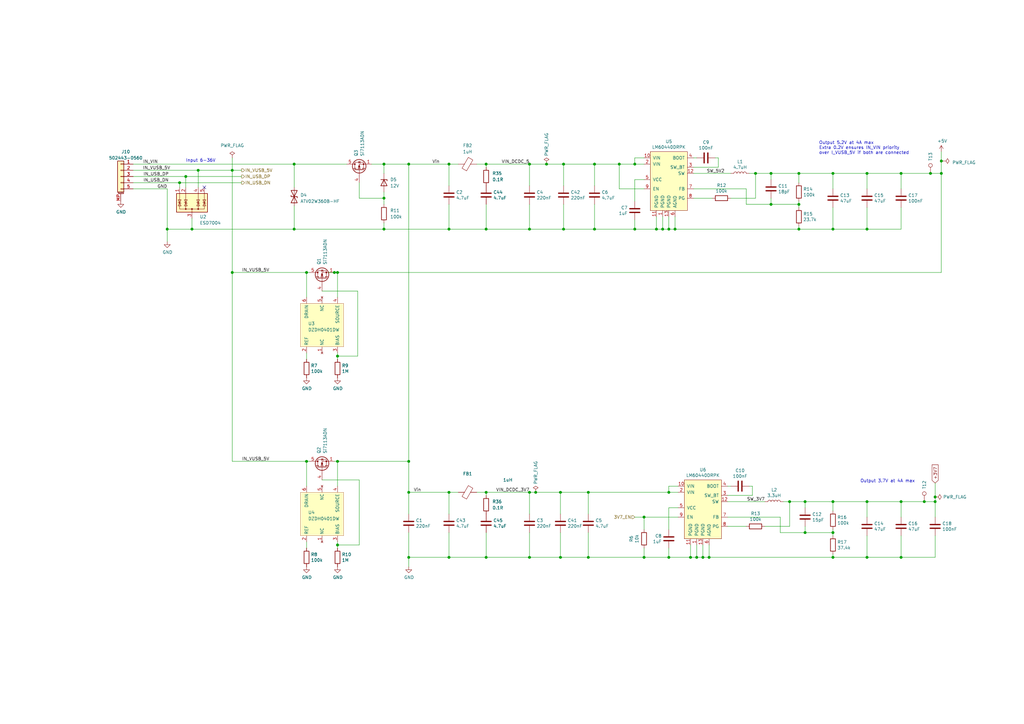
<source format=kicad_sch>
(kicad_sch (version 20210406) (generator eeschema)
  (paper "A3")
  (lib_symbols
    (symbol "Connector:TestPoint" (pin_numbers hide) (pin_names (offset 0.762) hide)
      (property "Reference" "TP" (at 0 6.858 0))
      (property "Value" "TestPoint" (at 0 5.08 0))
      (symbol "TestPoint_0_1"
        (circle (center 0 3.302) (radius 0.762))
      )
      (symbol "TestPoint_1_1"
        (pin passive line (at 0 0 90) (length 2.54) (name "1") (number "1"))
      )
    )
    (symbol "Connector_Generic_MountingPin:Conn_01x05_MountingPin" (pin_names (offset 1.016) hide)
      (property "Reference" "J" (at 0 7.62 0))
      (property "Value" "Conn_01x05_MountingPin" (at 1.27 -7.62 0))
      (symbol "Conn_01x05_MountingPin_1_1"
        (text "Mounting" (at 0 -6.731 0) (effects (font (size 0.381 0.381))))
        (rectangle (start -1.27 -4.953) (end 0 -5.207) (stroke (width 0.1524)))
        (rectangle (start -1.27 -2.413) (end 0 -2.667) (stroke (width 0.1524)))
        (rectangle (start -1.27 0.127) (end 0 -0.127) (stroke (width 0.1524)))
        (rectangle (start -1.27 2.667) (end 0 2.413) (stroke (width 0.1524)))
        (rectangle (start -1.27 5.207) (end 0 4.953) (stroke (width 0.1524)))
        (rectangle (start -1.27 6.35) (end 1.27 -6.35) (stroke (width 0.254)) (fill (type background)))
        (polyline (pts (xy -1.016 -7.112) (xy 1.016 -7.112)) (stroke (width 0.1524)))
        (pin passive line (at -5.08 5.08 0) (length 3.81) (name "Pin_1") (number "1"))
        (pin passive line (at -5.08 2.54 0) (length 3.81) (name "Pin_2") (number "2"))
        (pin passive line (at -5.08 0 0) (length 3.81) (name "Pin_3") (number "3"))
        (pin passive line (at -5.08 -2.54 0) (length 3.81) (name "Pin_4") (number "4"))
        (pin passive line (at -5.08 -5.08 0) (length 3.81) (name "Pin_5") (number "5"))
        (pin passive line (at 0 -10.16 90) (length 3.048) (name "MountPin") (number "MP"))
      )
    )
    (symbol "Device:C" (pin_numbers hide) (pin_names (offset 0.254))
      (property "Reference" "C" (at 0.635 2.54 0))
      (property "Value" "C" (at 0.635 -2.54 0))
      (symbol "C_0_1"
        (polyline (pts (xy -2.032 -0.762) (xy 2.032 -0.762)) (stroke (width 0.508)))
        (polyline (pts (xy -2.032 0.762) (xy 2.032 0.762)) (stroke (width 0.508)))
      )
      (symbol "C_1_1"
        (pin passive line (at 0 3.81 270) (length 2.794) (name "~") (number "1"))
        (pin passive line (at 0 -3.81 90) (length 2.794) (name "~") (number "2"))
      )
    )
    (symbol "Device:D_TVS" (pin_numbers hide) (pin_names (offset 1.016) hide)
      (property "Reference" "D" (at 0 2.54 0))
      (property "Value" "D_TVS" (at 0 -2.54 0))
      (symbol "D_TVS_0_1"
        (polyline (pts (xy 1.27 0) (xy -1.27 0)))
        (polyline (pts (xy 0.508 1.27) (xy 0 1.27) (xy 0 -1.27) (xy -0.508 -1.27)) (stroke (width 0.254)))
        (polyline (pts (xy -2.54 1.27) (xy -2.54 -1.27) (xy 2.54 1.27) (xy 2.54 -1.27) (xy -2.54 1.27)) (stroke (width 0.254)))
      )
      (symbol "D_TVS_1_1"
        (pin passive line (at -3.81 0 0) (length 2.54) (name "A1") (number "1"))
        (pin passive line (at 3.81 0 180) (length 2.54) (name "A2") (number "2"))
      )
    )
    (symbol "Device:FerriteBead" (pin_numbers hide) (pin_names (offset 0))
      (property "Reference" "FB" (at -3.81 0.635 90))
      (property "Value" "FerriteBead" (at 3.81 0 90))
      (symbol "FerriteBead_0_1"
        (polyline (pts (xy 0 -1.27) (xy 0 -1.2192)))
        (polyline (pts (xy 0 1.27) (xy 0 1.2954)))
        (polyline (pts (xy -2.7686 0.4064) (xy -1.7018 2.2606) (xy 2.7686 -0.3048) (xy 1.6764 -2.159) (xy -2.7686 0.4064)))
      )
      (symbol "FerriteBead_1_1"
        (pin passive line (at 0 3.81 270) (length 2.54) (name "~") (number "1"))
        (pin passive line (at 0 -3.81 90) (length 2.54) (name "~") (number "2"))
      )
    )
    (symbol "Device:L" (pin_numbers hide) (pin_names (offset 1.016) hide)
      (property "Reference" "L" (at -1.27 0 90))
      (property "Value" "L" (at 1.905 0 90))
      (symbol "L_0_1"
        (arc (start 0 -2.54) (end 0 -1.27) (radius (at 0 -1.905) (length 0.635) (angles -89.9 89.9)))
        (arc (start 0 -1.27) (end 0 0) (radius (at 0 -0.635) (length 0.635) (angles -89.9 89.9)))
        (arc (start 0 0) (end 0 1.27) (radius (at 0 0.635) (length 0.635) (angles -89.9 89.9)))
        (arc (start 0 1.27) (end 0 2.54) (radius (at 0 1.905) (length 0.635) (angles -89.9 89.9)))
      )
      (symbol "L_1_1"
        (pin passive line (at 0 3.81 270) (length 1.27) (name "1") (number "1"))
        (pin passive line (at 0 -3.81 90) (length 1.27) (name "2") (number "2"))
      )
    )
    (symbol "Device:R" (pin_numbers hide) (pin_names (offset 0))
      (property "Reference" "R" (at 2.032 0 90))
      (property "Value" "R" (at 0 0 90))
      (symbol "R_0_1"
        (rectangle (start -1.016 -2.54) (end 1.016 2.54) (stroke (width 0.254)))
      )
      (symbol "R_1_1"
        (pin passive line (at 0 3.81 270) (length 1.27) (name "~") (number "1"))
        (pin passive line (at 0 -3.81 90) (length 1.27) (name "~") (number "2"))
      )
    )
    (symbol "Diode:MM3Zxx" (pin_numbers hide) (pin_names (offset 1.016) hide)
      (property "Reference" "D" (at 0 2.54 0))
      (property "Value" "MM3Zxx" (at 0 -2.54 0))
      (symbol "MM3Zxx_0_1"
        (polyline (pts (xy 1.27 0) (xy -1.27 0)))
        (polyline (pts (xy -1.27 -1.27) (xy -1.27 1.27) (xy -0.762 1.27)) (stroke (width 0.254)))
        (polyline (pts (xy 1.27 -1.27) (xy 1.27 1.27) (xy -1.27 0) (xy 1.27 -1.27)) (stroke (width 0.254)))
      )
      (symbol "MM3Zxx_1_1"
        (pin passive line (at -3.81 0 0) (length 2.54) (name "K") (number "1"))
        (pin passive line (at 3.81 0 180) (length 2.54) (name "A") (number "2"))
      )
    )
    (symbol "Transistor_FET:SiS415DNT" (pin_names hide)
      (property "Reference" "Q" (at 5.08 1.905 0))
      (property "Value" "SiS415DNT" (at 5.08 0 0))
      (symbol "SiS415DNT_0_1"
        (circle (center 1.651 0) (radius 2.794) (stroke (width 0.254)))
        (circle (center 2.54 -1.778) (radius 0.254) (fill (type outline)))
        (circle (center 2.54 1.778) (radius 0.254) (fill (type outline)))
        (polyline (pts (xy 0.254 0) (xy -2.54 0)))
        (polyline (pts (xy 0.254 1.905) (xy 0.254 -1.905)) (stroke (width 0.254)))
        (polyline (pts (xy 0.762 -1.27) (xy 0.762 -2.286)) (stroke (width 0.254)))
        (polyline (pts (xy 0.762 0.508) (xy 0.762 -0.508)) (stroke (width 0.254)))
        (polyline (pts (xy 0.762 2.286) (xy 0.762 1.27)) (stroke (width 0.254)))
        (polyline (pts (xy 2.54 2.54) (xy 2.54 1.778)))
        (polyline (pts (xy 2.54 -2.54) (xy 2.54 0) (xy 0.762 0)))
        (polyline (pts (xy 0.762 1.778) (xy 3.302 1.778) (xy 3.302 -1.778) (xy 0.762 -1.778)))
        (polyline (pts (xy 2.794 -0.508) (xy 2.921 -0.381) (xy 3.683 -0.381) (xy 3.81 -0.254)))
        (polyline (pts (xy 3.302 -0.381) (xy 2.921 0.254) (xy 3.683 0.254) (xy 3.302 -0.381)))
        (polyline (pts (xy 2.286 0) (xy 1.27 0.381) (xy 1.27 -0.381) (xy 2.286 0)) (fill (type outline)))
      )
      (symbol "SiS415DNT_1_1"
        (pin passive line (at 2.54 -5.08 90) (length 2.54) (name "S") (number "1"))
        (pin passive line (at 2.54 -5.08 90) (length 2.54) hide (name "S") (number "2"))
        (pin passive line (at 2.54 -5.08 90) (length 2.54) hide (name "S") (number "3"))
        (pin passive line (at -5.08 0 0) (length 2.54) (name "G") (number "4"))
        (pin passive line (at 2.54 5.08 270) (length 2.54) (name "D") (number "5"))
      )
    )
    (symbol "j_Power_Management:DZDH0401DW"
      (property "Reference" "U" (at -1.27 0 0))
      (property "Value" "DZDH0401DW" (at -1.27 -2.54 0))
      (symbol "DZDH0401DW_0_1"
        (rectangle (start -10.16 7.62) (end 7.62 -10.16) (stroke (width 0.001)) (fill (type background)))
      )
      (symbol "DZDH0401DW_1_1"
        (pin no_connect line (at -1.27 -12.7 90) (length 2.54) (name "NC") (number "1"))
        (pin input line (at -7.62 -12.7 90) (length 2.54) (name "REF") (number "2"))
        (pin output line (at 5.08 -12.7 90) (length 2.54) (name "BIAS") (number "3"))
        (pin input line (at 5.08 10.16 270) (length 2.54) (name "SOURCE") (number "4"))
        (pin no_connect line (at -1.27 10.16 270) (length 2.54) (name "NC") (number "5"))
        (pin input line (at -7.62 10.16 270) (length 2.54) (name "DRAIN") (number "6"))
      )
    )
    (symbol "j_Power_Protection:ESD7004" (pin_names hide)
      (property "Reference" "U" (at 7.62 3.81 0))
      (property "Value" "ESD7004" (at 7.62 1.905 0))
      (symbol "ESD7004_0_0"
        (pin passive line (at 0 -5.08 90) (length 2.54) (name "G") (number "3"))
      )
      (symbol "ESD7004_0_1"
        (circle (center 0 -1.27) (radius 0.254) (fill (type outline)))
        (circle (center 2.54 -1.27) (radius 0.254) (fill (type outline)))
        (rectangle (start -6.35 5.08) (end 6.35 -2.54) (stroke (width 0.254)) (fill (type background)))
        (polyline (pts (xy -2.54 5.08) (xy -2.54 -1.27)))
        (polyline (pts (xy 0 -1.27) (xy 0 -2.54)))
        (polyline (pts (xy 2.54 5.08) (xy 2.54 -1.27)))
        (polyline (pts (xy -5.08 5.08) (xy -5.08 -1.27) (xy 5.08 -1.27) (xy 5.08 5.08)))
        (polyline (pts (xy -4.445 0) (xy -5.715 0) (xy -5.08 1.27) (xy -4.445 0)))
        (polyline (pts (xy -3.175 1.524) (xy -2.921 1.27) (xy -2.159 1.27) (xy -1.905 1.016)))
        (polyline (pts (xy -2.54 1.27) (xy -1.905 0) (xy -3.175 0) (xy -2.54 1.27)))
        (polyline (pts (xy 2.54 1.27) (xy 1.905 0) (xy 3.175 0) (xy 2.54 1.27)))
        (polyline (pts (xy 5.08 1.27) (xy 4.445 0) (xy 5.715 0) (xy 5.08 1.27)))
      )
      (symbol "ESD7004_1_1"
        (circle (center -2.54 -1.27) (radius 0.254) (fill (type outline)))
        (polyline (pts (xy -5.715 1.524) (xy -5.461 1.27) (xy -4.699 1.27) (xy -4.445 1.016)))
        (polyline (pts (xy -5.08 1.27) (xy -5.715 2.54) (xy -4.445 2.54) (xy -5.08 1.27)))
        (polyline (pts (xy -2.54 1.27) (xy -3.175 2.54) (xy -1.905 2.54) (xy -2.54 1.27)))
        (polyline (pts (xy 1.905 1.524) (xy 2.159 1.27) (xy 2.921 1.27) (xy 3.175 1.016)))
        (polyline (pts (xy 2.54 1.27) (xy 1.905 2.54) (xy 3.175 2.54) (xy 2.54 1.27)))
        (polyline (pts (xy 4.445 1.524) (xy 4.699 1.27) (xy 5.461 1.27) (xy 5.715 1.016)))
        (polyline (pts (xy 5.08 1.27) (xy 4.445 2.54) (xy 5.715 2.54) (xy 5.08 1.27)))
        (pin passive line (at -5.08 7.62 270) (length 2.54) (name "IO1") (number "1"))
        (pin passive line (at -2.54 7.62 270) (length 2.54) (name "IO2") (number "2"))
        (pin passive line (at 2.54 7.62 270) (length 2.54) (name "IO3") (number "4"))
        (pin passive line (at 5.08 7.62 270) (length 2.54) (name "IO4") (number "5"))
      )
    )
    (symbol "j_Regulator_Switching:LM604x0" (pin_names (offset 1.016))
      (property "Reference" "U" (at 1.27 13.97 0))
      (property "Value" "LM604x0" (at 1.27 11.43 0))
      (symbol "LM604x0_0_1"
        (rectangle (start -6.35 8.89) (end 8.89 -15.24) (fill (type background)))
      )
      (symbol "LM604x0_1_1"
        (pin power_in line (at -1.27 -17.78 90) (length 2.54) (name "PGND") (number "1"))
        (pin power_in line (at -8.89 6.35 0) (length 2.54) (name "VIN") (number "10"))
        (pin power_in line (at -3.81 -17.78 90) (length 2.54) (name "PGND") (number "11"))
        (pin power_out line (at 11.43 0 180) (length 2.54) (name "SW") (number "12"))
        (pin power_in line (at 1.27 -17.78 90) (length 2.54) (name "PGND") (number "13"))
        (pin power_in line (at -8.89 3.81 0) (length 2.54) (name "VIN") (number "2"))
        (pin power_out line (at 11.43 2.54 180) (length 2.54) (name "SW_BT") (number "3"))
        (pin power_out line (at 11.43 6.35 180) (length 2.54) (name "BOOT") (number "4"))
        (pin power_out line (at -8.89 -2.54 0) (length 2.54) (name "VCC") (number "5"))
        (pin power_in line (at 3.81 -17.78 90) (length 2.54) (name "AGND") (number "6"))
        (pin input line (at 11.43 -6.35 180) (length 2.54) (name "FB") (number "7"))
        (pin input line (at 11.43 -10.16 180) (length 2.54) (name "PG") (number "8"))
        (pin input line (at -8.89 -6.35 0) (length 2.54) (name "EN") (number "9"))
      )
    )
    (symbol "power:+5V" (power) (pin_names (offset 0))
      (property "Value" "+5V" (at 0 3.556 0))
      (symbol "+5V_0_1"
        (polyline (pts (xy -0.762 1.27) (xy 0 2.54)))
        (polyline (pts (xy 0 0) (xy 0 2.54)))
        (polyline (pts (xy 0 2.54) (xy 0.762 1.27)))
      )
      (symbol "+5V_1_1"
        (pin power_in line (at 0 0 90) (length 0) hide (name "+5V") (number "1"))
      )
    )
    (symbol "power:GND" (power) (pin_names (offset 0))
      (property "Value" "GND" (at 0 -3.81 0))
      (symbol "GND_0_1"
        (polyline (pts (xy 0 0) (xy 0 -1.27) (xy 1.27 -1.27) (xy 0 -2.54) (xy -1.27 -1.27) (xy 0 -1.27)))
      )
      (symbol "GND_1_1"
        (pin power_in line (at 0 0 270) (length 0) hide (name "GND") (number "1"))
      )
    )
    (symbol "power:PWR_FLAG" (power) (pin_numbers hide) (pin_names (offset 0) hide)
      (property "Value" "PWR_FLAG" (at 0 3.81 0))
      (symbol "PWR_FLAG_0_0"
        (pin power_out line (at 0 0 90) (length 0) (name "pwr") (number "1"))
      )
      (symbol "PWR_FLAG_0_1"
        (polyline (pts (xy 0 0) (xy 0 1.27) (xy -1.016 1.905) (xy 0 2.54) (xy 1.016 1.905) (xy 0 1.27)))
      )
    )
  )
  (junction (at 68.58 93.98) (diameter 1.016))
  (junction (at 73.66 74.93) (diameter 1.016))
  (junction (at 76.2 72.39) (diameter 1.016))
  (junction (at 78.74 93.98) (diameter 1.016))
  (junction (at 81.28 69.85) (diameter 1.016))
  (junction (at 95.25 69.85) (diameter 1.016))
  (junction (at 95.25 111.76) (diameter 1.016))
  (junction (at 120.65 67.31) (diameter 1.016))
  (junction (at 120.65 93.98) (diameter 1.016))
  (junction (at 125.73 111.76) (diameter 1.016))
  (junction (at 125.73 189.23) (diameter 1.016))
  (junction (at 137.16 111.76) (diameter 1.016))
  (junction (at 138.43 111.76) (diameter 1.016))
  (junction (at 138.43 146.05) (diameter 1.016))
  (junction (at 138.43 189.23) (diameter 1.016))
  (junction (at 138.43 223.52) (diameter 1.016))
  (junction (at 157.48 67.31) (diameter 1.016))
  (junction (at 157.48 81.28) (diameter 1.016))
  (junction (at 157.48 93.98) (diameter 1.016))
  (junction (at 167.64 67.31) (diameter 1.016))
  (junction (at 167.64 189.23) (diameter 1.016))
  (junction (at 167.64 201.93) (diameter 1.016))
  (junction (at 167.64 228.6) (diameter 1.016))
  (junction (at 184.15 67.31) (diameter 1.016))
  (junction (at 184.15 93.98) (diameter 1.016))
  (junction (at 184.15 201.93) (diameter 1.016))
  (junction (at 184.15 228.6) (diameter 1.016))
  (junction (at 199.39 67.31) (diameter 1.016))
  (junction (at 199.39 93.98) (diameter 1.016))
  (junction (at 199.39 201.93) (diameter 1.016))
  (junction (at 199.39 228.6) (diameter 1.016))
  (junction (at 217.17 67.31) (diameter 1.016))
  (junction (at 217.17 93.98) (diameter 1.016))
  (junction (at 217.17 201.93) (diameter 1.016))
  (junction (at 217.17 228.6) (diameter 1.016))
  (junction (at 219.71 201.93) (diameter 1.016))
  (junction (at 224.155 67.31) (diameter 1.016))
  (junction (at 229.87 201.93) (diameter 1.016))
  (junction (at 229.87 228.6) (diameter 1.016))
  (junction (at 231.14 67.31) (diameter 1.016))
  (junction (at 231.14 93.98) (diameter 1.016))
  (junction (at 241.3 201.93) (diameter 1.016))
  (junction (at 241.3 228.6) (diameter 1.016))
  (junction (at 243.84 67.31) (diameter 1.016))
  (junction (at 243.84 93.98) (diameter 1.016))
  (junction (at 254 67.31) (diameter 1.016))
  (junction (at 260.35 67.31) (diameter 1.016))
  (junction (at 260.35 93.98) (diameter 1.016))
  (junction (at 264.16 212.09) (diameter 1.016))
  (junction (at 264.16 228.6) (diameter 1.016))
  (junction (at 269.24 93.98) (diameter 1.016))
  (junction (at 271.78 93.98) (diameter 1.016))
  (junction (at 274.32 93.98) (diameter 1.016))
  (junction (at 274.32 201.93) (diameter 1.016))
  (junction (at 274.32 228.6) (diameter 1.016))
  (junction (at 276.86 93.98) (diameter 1.016))
  (junction (at 283.21 228.6) (diameter 1.016))
  (junction (at 285.75 228.6) (diameter 1.016))
  (junction (at 288.29 228.6) (diameter 1.016))
  (junction (at 290.83 228.6) (diameter 1.016))
  (junction (at 309.88 71.12) (diameter 1.016))
  (junction (at 316.23 71.12) (diameter 1.016))
  (junction (at 316.23 83.82) (diameter 1.016))
  (junction (at 323.85 205.74) (diameter 1.016))
  (junction (at 327.66 71.12) (diameter 1.016))
  (junction (at 327.66 83.82) (diameter 1.016))
  (junction (at 327.66 93.98) (diameter 1.016))
  (junction (at 330.2 205.74) (diameter 1.016))
  (junction (at 330.2 218.44) (diameter 1.016))
  (junction (at 341.63 71.12) (diameter 1.016))
  (junction (at 341.63 93.98) (diameter 1.016))
  (junction (at 341.63 205.74) (diameter 1.016))
  (junction (at 341.63 218.44) (diameter 1.016))
  (junction (at 341.63 228.6) (diameter 1.016))
  (junction (at 355.6 71.12) (diameter 1.016))
  (junction (at 355.6 93.98) (diameter 1.016))
  (junction (at 355.6 205.74) (diameter 1.016))
  (junction (at 355.6 228.6) (diameter 1.016))
  (junction (at 369.57 71.12) (diameter 1.016))
  (junction (at 369.57 205.74) (diameter 1.016))
  (junction (at 369.57 228.6) (diameter 1.016))
  (junction (at 379.095 205.74) (diameter 1.016))
  (junction (at 381.635 71.12) (diameter 1.016))
  (junction (at 383.54 203.835) (diameter 1.016))
  (junction (at 383.54 205.74) (diameter 1.016))
  (junction (at 386.08 66.04) (diameter 1.016))
  (junction (at 386.08 71.12) (diameter 1.016))
  (no_connect (at 83.82 76.835))
  (wire (pts (xy 54.61 67.31) (xy 120.65 67.31)))
  (wire (pts (xy 54.61 69.85) (xy 81.28 69.85)))
  (wire (pts (xy 54.61 72.39) (xy 76.2 72.39)))
  (wire (pts (xy 54.61 74.93) (xy 73.66 74.93)))
  (wire (pts (xy 54.61 77.47) (xy 68.58 77.47)))
  (wire (pts (xy 68.58 77.47) (xy 68.58 93.98)))
  (wire (pts (xy 68.58 93.98) (xy 68.58 99.06)))
  (wire (pts (xy 68.58 93.98) (xy 78.74 93.98)))
  (wire (pts (xy 73.66 74.93) (xy 73.66 76.835)))
  (wire (pts (xy 73.66 74.93) (xy 99.06 74.93)))
  (wire (pts (xy 76.2 72.39) (xy 76.2 76.835)))
  (wire (pts (xy 76.2 72.39) (xy 99.06 72.39)))
  (wire (pts (xy 78.74 89.535) (xy 78.74 93.98)))
  (wire (pts (xy 78.74 93.98) (xy 120.65 93.98)))
  (wire (pts (xy 81.28 69.85) (xy 81.28 76.835)))
  (wire (pts (xy 81.28 69.85) (xy 95.25 69.85)))
  (wire (pts (xy 95.25 64.77) (xy 95.25 69.85)))
  (wire (pts (xy 95.25 69.85) (xy 99.06 69.85)))
  (wire (pts (xy 95.25 111.76) (xy 95.25 69.85)))
  (wire (pts (xy 95.25 111.76) (xy 95.25 189.23)))
  (wire (pts (xy 95.25 189.23) (xy 125.73 189.23)))
  (wire (pts (xy 120.65 67.31) (xy 120.65 76.835)))
  (wire (pts (xy 120.65 67.31) (xy 142.24 67.31)))
  (wire (pts (xy 120.65 84.455) (xy 120.65 93.98)))
  (wire (pts (xy 120.65 93.98) (xy 157.48 93.98)))
  (wire (pts (xy 125.73 111.76) (xy 95.25 111.76)))
  (wire (pts (xy 125.73 111.76) (xy 125.73 121.92)))
  (wire (pts (xy 125.73 111.76) (xy 127 111.76)))
  (wire (pts (xy 125.73 144.78) (xy 125.73 147.32)))
  (wire (pts (xy 125.73 189.23) (xy 125.73 199.39)))
  (wire (pts (xy 125.73 189.23) (xy 127 189.23)))
  (wire (pts (xy 125.73 222.25) (xy 125.73 224.79)))
  (wire (pts (xy 132.08 119.38) (xy 146.685 119.38)))
  (wire (pts (xy 132.08 196.85) (xy 147.32 196.85)))
  (wire (pts (xy 134.62 111.76) (xy 137.16 111.76)))
  (wire (pts (xy 137.16 111.76) (xy 138.43 111.76)))
  (wire (pts (xy 137.16 189.23) (xy 138.43 189.23)))
  (wire (pts (xy 138.43 111.76) (xy 138.43 121.92)))
  (wire (pts (xy 138.43 111.76) (xy 386.08 111.76)))
  (wire (pts (xy 138.43 144.78) (xy 138.43 146.05)))
  (wire (pts (xy 138.43 146.05) (xy 138.43 147.32)))
  (wire (pts (xy 138.43 189.23) (xy 138.43 199.39)))
  (wire (pts (xy 138.43 189.23) (xy 167.64 189.23)))
  (wire (pts (xy 138.43 222.25) (xy 138.43 223.52)))
  (wire (pts (xy 138.43 223.52) (xy 138.43 224.79)))
  (wire (pts (xy 146.685 119.38) (xy 146.685 146.05)))
  (wire (pts (xy 146.685 146.05) (xy 138.43 146.05)))
  (wire (pts (xy 147.32 74.93) (xy 147.32 81.28)))
  (wire (pts (xy 147.32 81.28) (xy 157.48 81.28)))
  (wire (pts (xy 147.32 196.85) (xy 147.32 223.52)))
  (wire (pts (xy 147.32 223.52) (xy 138.43 223.52)))
  (wire (pts (xy 152.4 67.31) (xy 157.48 67.31)))
  (wire (pts (xy 157.48 67.31) (xy 157.48 71.12)))
  (wire (pts (xy 157.48 67.31) (xy 167.64 67.31)))
  (wire (pts (xy 157.48 78.74) (xy 157.48 81.28)))
  (wire (pts (xy 157.48 81.28) (xy 157.48 83.82)))
  (wire (pts (xy 157.48 93.98) (xy 157.48 91.44)))
  (wire (pts (xy 157.48 93.98) (xy 184.15 93.98)))
  (wire (pts (xy 167.64 67.31) (xy 167.64 189.23)))
  (wire (pts (xy 167.64 67.31) (xy 184.15 67.31)))
  (wire (pts (xy 167.64 189.23) (xy 167.64 201.93)))
  (wire (pts (xy 167.64 201.93) (xy 167.64 210.82)))
  (wire (pts (xy 167.64 201.93) (xy 184.15 201.93)))
  (wire (pts (xy 167.64 218.44) (xy 167.64 228.6)))
  (wire (pts (xy 167.64 228.6) (xy 167.64 232.41)))
  (wire (pts (xy 167.64 228.6) (xy 184.15 228.6)))
  (wire (pts (xy 184.15 67.31) (xy 184.15 76.2)))
  (wire (pts (xy 184.15 67.31) (xy 187.96 67.31)))
  (wire (pts (xy 184.15 83.82) (xy 184.15 93.98)))
  (wire (pts (xy 184.15 93.98) (xy 199.39 93.98)))
  (wire (pts (xy 184.15 201.93) (xy 184.15 210.82)))
  (wire (pts (xy 184.15 201.93) (xy 187.96 201.93)))
  (wire (pts (xy 184.15 218.44) (xy 184.15 228.6)))
  (wire (pts (xy 184.15 228.6) (xy 199.39 228.6)))
  (wire (pts (xy 195.58 67.31) (xy 199.39 67.31)))
  (wire (pts (xy 195.58 201.93) (xy 199.39 201.93)))
  (wire (pts (xy 199.39 67.31) (xy 199.39 68.58)))
  (wire (pts (xy 199.39 67.31) (xy 217.17 67.31)))
  (wire (pts (xy 199.39 83.82) (xy 199.39 93.98)))
  (wire (pts (xy 199.39 93.98) (xy 217.17 93.98)))
  (wire (pts (xy 199.39 201.93) (xy 199.39 203.2)))
  (wire (pts (xy 199.39 201.93) (xy 217.17 201.93)))
  (wire (pts (xy 199.39 218.44) (xy 199.39 228.6)))
  (wire (pts (xy 199.39 228.6) (xy 217.17 228.6)))
  (wire (pts (xy 217.17 67.31) (xy 224.155 67.31)))
  (wire (pts (xy 217.17 76.2) (xy 217.17 67.31)))
  (wire (pts (xy 217.17 83.82) (xy 217.17 93.98)))
  (wire (pts (xy 217.17 93.98) (xy 231.14 93.98)))
  (wire (pts (xy 217.17 201.93) (xy 219.71 201.93)))
  (wire (pts (xy 217.17 210.82) (xy 217.17 201.93)))
  (wire (pts (xy 217.17 218.44) (xy 217.17 228.6)))
  (wire (pts (xy 217.17 228.6) (xy 229.87 228.6)))
  (wire (pts (xy 219.71 201.93) (xy 229.87 201.93)))
  (wire (pts (xy 224.155 67.31) (xy 231.14 67.31)))
  (wire (pts (xy 229.87 201.93) (xy 229.87 210.82)))
  (wire (pts (xy 229.87 201.93) (xy 241.3 201.93)))
  (wire (pts (xy 229.87 218.44) (xy 229.87 228.6)))
  (wire (pts (xy 229.87 228.6) (xy 241.3 228.6)))
  (wire (pts (xy 231.14 67.31) (xy 231.14 76.2)))
  (wire (pts (xy 231.14 67.31) (xy 243.84 67.31)))
  (wire (pts (xy 231.14 83.82) (xy 231.14 93.98)))
  (wire (pts (xy 231.14 93.98) (xy 243.84 93.98)))
  (wire (pts (xy 241.3 201.93) (xy 241.3 210.82)))
  (wire (pts (xy 241.3 201.93) (xy 274.32 201.93)))
  (wire (pts (xy 241.3 218.44) (xy 241.3 228.6)))
  (wire (pts (xy 241.3 228.6) (xy 264.16 228.6)))
  (wire (pts (xy 243.84 67.31) (xy 243.84 76.2)))
  (wire (pts (xy 243.84 67.31) (xy 254 67.31)))
  (wire (pts (xy 243.84 83.82) (xy 243.84 93.98)))
  (wire (pts (xy 243.84 93.98) (xy 260.35 93.98)))
  (wire (pts (xy 254 67.31) (xy 254 77.47)))
  (wire (pts (xy 254 67.31) (xy 260.35 67.31)))
  (wire (pts (xy 260.35 64.77) (xy 264.16 64.77)))
  (wire (pts (xy 260.35 67.31) (xy 260.35 64.77)))
  (wire (pts (xy 260.35 67.31) (xy 264.16 67.31)))
  (wire (pts (xy 260.35 73.66) (xy 260.35 82.55)))
  (wire (pts (xy 260.35 90.17) (xy 260.35 93.98)))
  (wire (pts (xy 260.35 93.98) (xy 269.24 93.98)))
  (wire (pts (xy 264.16 73.66) (xy 260.35 73.66)))
  (wire (pts (xy 264.16 77.47) (xy 254 77.47)))
  (wire (pts (xy 264.16 212.09) (xy 260.35 212.09)))
  (wire (pts (xy 264.16 212.09) (xy 264.16 217.17)))
  (wire (pts (xy 264.16 224.79) (xy 264.16 228.6)))
  (wire (pts (xy 264.16 228.6) (xy 274.32 228.6)))
  (wire (pts (xy 269.24 93.98) (xy 269.24 88.9)))
  (wire (pts (xy 271.78 88.9) (xy 271.78 93.98)))
  (wire (pts (xy 271.78 93.98) (xy 269.24 93.98)))
  (wire (pts (xy 274.32 88.9) (xy 274.32 93.98)))
  (wire (pts (xy 274.32 93.98) (xy 271.78 93.98)))
  (wire (pts (xy 274.32 199.39) (xy 278.13 199.39)))
  (wire (pts (xy 274.32 201.93) (xy 274.32 199.39)))
  (wire (pts (xy 274.32 201.93) (xy 278.13 201.93)))
  (wire (pts (xy 274.32 208.28) (xy 274.32 217.17)))
  (wire (pts (xy 274.32 224.79) (xy 274.32 228.6)))
  (wire (pts (xy 274.32 228.6) (xy 283.21 228.6)))
  (wire (pts (xy 276.86 88.9) (xy 276.86 93.98)))
  (wire (pts (xy 276.86 93.98) (xy 274.32 93.98)))
  (wire (pts (xy 278.13 208.28) (xy 274.32 208.28)))
  (wire (pts (xy 278.13 212.09) (xy 264.16 212.09)))
  (wire (pts (xy 283.21 228.6) (xy 283.21 223.52)))
  (wire (pts (xy 284.48 64.77) (xy 285.75 64.77)))
  (wire (pts (xy 284.48 68.58) (xy 294.64 68.58)))
  (wire (pts (xy 284.48 71.12) (xy 299.72 71.12)))
  (wire (pts (xy 284.48 77.47) (xy 306.07 77.47)))
  (wire (pts (xy 285.75 223.52) (xy 285.75 228.6)))
  (wire (pts (xy 285.75 228.6) (xy 283.21 228.6)))
  (wire (pts (xy 288.29 223.52) (xy 288.29 228.6)))
  (wire (pts (xy 288.29 228.6) (xy 285.75 228.6)))
  (wire (pts (xy 290.83 223.52) (xy 290.83 228.6)))
  (wire (pts (xy 290.83 228.6) (xy 288.29 228.6)))
  (wire (pts (xy 292.1 81.28) (xy 284.48 81.28)))
  (wire (pts (xy 294.64 64.77) (xy 293.37 64.77)))
  (wire (pts (xy 294.64 68.58) (xy 294.64 64.77)))
  (wire (pts (xy 298.45 199.39) (xy 299.72 199.39)))
  (wire (pts (xy 298.45 203.2) (xy 308.61 203.2)))
  (wire (pts (xy 298.45 205.74) (xy 313.69 205.74)))
  (wire (pts (xy 298.45 212.09) (xy 320.04 212.09)))
  (wire (pts (xy 306.07 77.47) (xy 306.07 83.82)))
  (wire (pts (xy 306.07 83.82) (xy 316.23 83.82)))
  (wire (pts (xy 306.07 215.9) (xy 298.45 215.9)))
  (wire (pts (xy 307.34 71.12) (xy 309.88 71.12)))
  (wire (pts (xy 308.61 199.39) (xy 307.34 199.39)))
  (wire (pts (xy 308.61 203.2) (xy 308.61 199.39)))
  (wire (pts (xy 309.88 71.12) (xy 309.88 81.28)))
  (wire (pts (xy 309.88 71.12) (xy 316.23 71.12)))
  (wire (pts (xy 309.88 81.28) (xy 299.72 81.28)))
  (wire (pts (xy 313.69 215.9) (xy 323.85 215.9)))
  (wire (pts (xy 316.23 71.12) (xy 316.23 73.66)))
  (wire (pts (xy 316.23 71.12) (xy 327.66 71.12)))
  (wire (pts (xy 316.23 81.28) (xy 316.23 83.82)))
  (wire (pts (xy 320.04 212.09) (xy 320.04 218.44)))
  (wire (pts (xy 320.04 218.44) (xy 330.2 218.44)))
  (wire (pts (xy 321.31 205.74) (xy 323.85 205.74)))
  (wire (pts (xy 323.85 205.74) (xy 323.85 215.9)))
  (wire (pts (xy 323.85 205.74) (xy 330.2 205.74)))
  (wire (pts (xy 327.66 71.12) (xy 327.66 74.93)))
  (wire (pts (xy 327.66 71.12) (xy 341.63 71.12)))
  (wire (pts (xy 327.66 82.55) (xy 327.66 83.82)))
  (wire (pts (xy 327.66 83.82) (xy 316.23 83.82)))
  (wire (pts (xy 327.66 83.82) (xy 327.66 85.09)))
  (wire (pts (xy 327.66 92.71) (xy 327.66 93.98)))
  (wire (pts (xy 327.66 93.98) (xy 276.86 93.98)))
  (wire (pts (xy 327.66 93.98) (xy 341.63 93.98)))
  (wire (pts (xy 330.2 205.74) (xy 330.2 208.28)))
  (wire (pts (xy 330.2 205.74) (xy 341.63 205.74)))
  (wire (pts (xy 330.2 215.9) (xy 330.2 218.44)))
  (wire (pts (xy 341.63 71.12) (xy 341.63 77.47)))
  (wire (pts (xy 341.63 71.12) (xy 355.6 71.12)))
  (wire (pts (xy 341.63 85.09) (xy 341.63 93.98)))
  (wire (pts (xy 341.63 93.98) (xy 355.6 93.98)))
  (wire (pts (xy 341.63 205.74) (xy 341.63 209.55)))
  (wire (pts (xy 341.63 205.74) (xy 355.6 205.74)))
  (wire (pts (xy 341.63 217.17) (xy 341.63 218.44)))
  (wire (pts (xy 341.63 218.44) (xy 330.2 218.44)))
  (wire (pts (xy 341.63 218.44) (xy 341.63 219.71)))
  (wire (pts (xy 341.63 227.33) (xy 341.63 228.6)))
  (wire (pts (xy 341.63 228.6) (xy 290.83 228.6)))
  (wire (pts (xy 341.63 228.6) (xy 355.6 228.6)))
  (wire (pts (xy 355.6 71.12) (xy 355.6 77.47)))
  (wire (pts (xy 355.6 71.12) (xy 369.57 71.12)))
  (wire (pts (xy 355.6 85.09) (xy 355.6 93.98)))
  (wire (pts (xy 355.6 205.74) (xy 355.6 212.09)))
  (wire (pts (xy 355.6 205.74) (xy 369.57 205.74)))
  (wire (pts (xy 355.6 219.71) (xy 355.6 228.6)))
  (wire (pts (xy 355.6 228.6) (xy 369.57 228.6)))
  (wire (pts (xy 369.57 71.12) (xy 369.57 77.47)))
  (wire (pts (xy 369.57 71.12) (xy 381.635 71.12)))
  (wire (pts (xy 369.57 85.09) (xy 369.57 93.98)))
  (wire (pts (xy 369.57 93.98) (xy 355.6 93.98)))
  (wire (pts (xy 369.57 205.74) (xy 369.57 212.09)))
  (wire (pts (xy 369.57 205.74) (xy 379.095 205.74)))
  (wire (pts (xy 369.57 219.71) (xy 369.57 228.6)))
  (wire (pts (xy 379.095 205.74) (xy 383.54 205.74)))
  (wire (pts (xy 381.635 71.12) (xy 386.08 71.12)))
  (wire (pts (xy 383.54 203.835) (xy 383.54 198.12)))
  (wire (pts (xy 383.54 205.74) (xy 383.54 203.835)))
  (wire (pts (xy 383.54 205.74) (xy 383.54 212.09)))
  (wire (pts (xy 383.54 219.71) (xy 383.54 228.6)))
  (wire (pts (xy 383.54 228.6) (xy 369.57 228.6)))
  (wire (pts (xy 386.08 66.04) (xy 386.08 62.23)))
  (wire (pts (xy 386.08 66.04) (xy 386.715 66.04)))
  (wire (pts (xy 386.08 71.12) (xy 386.08 66.04)))
  (wire (pts (xy 386.08 71.12) (xy 386.08 111.76)))
  (text "Input 6-36V" (at 76.2 66.675 0) (effects (font (size 1.27 1.27)) (justify left bottom)))
  (text "Output 5.2V at 4A max\nExtra 0.2V ensures IN_VIN priority\nover I_VUSB_5V if both are connected" (at 335.915 63.5 0) (effects (font (size 1.27 1.27)) (justify left bottom)))
  (text "Output 3.7V at 4A max" (at 375.285 198.12 180) (effects (font (size 1.27 1.27)) (justify right bottom)))
  (label "IN_VIN" (at 64.77 67.31 180))
  (label "GND" (at 68.58 77.47 180))
  (label "IN_USB_DP" (at 69.215 72.39 180))
  (label "IN_USB_DN" (at 69.215 74.93 180))
  (label "IN_VUSB_5V" (at 69.85 69.85 180))
  (label "IN_VUSB_5V" (at 110.49 111.76 180))
  (label "IN_VUSB_5V" (at 110.49 189.23 180))
  (label "Vin" (at 172.72 201.93 180))
  (label "Vin" (at 180.34 67.31 180))
  (label "VIN_DCDC_5" (at 217.17 67.31 180))
  (label "VIN_DCDC_3V7" (at 217.17 201.93 180))
  (label "SW_5V2" (at 297.18 71.12 180))
  (label "SW_3V7" (at 313.69 205.74 180))
  (global_label "+3V7" (shape input) (at 383.54 198.12 90) (property "Intersheet References" "${INTERSHEET_REFS}" (effects hide)))
  (hierarchical_label "IN_VUSB_5V" (shape output) (at 99.06 69.85 0))
  (hierarchical_label "IN_USB_DP" (shape output) (at 99.06 72.39 0))
  (hierarchical_label "IN_USB_DN" (shape output) (at 99.06 74.93 0))
  (hierarchical_label "3V7_EN" (shape input) (at 260.35 212.09 180))
  (symbol (lib_id "power:+5V") (at 386.08 62.23 0) (unit 1)
    (property "Reference" "#PWR070" (effects hide))
    (property "Value" "+5V" (at 386.461 57.8358 0))
  )
  (symbol (lib_id "power:PWR_FLAG") (at 95.25 64.77 0) (unit 1)
    (property "Reference" "#FLG0104" (effects hide))
    (property "Value" "PWR_FLAG" (at 95.25 59.69 0))
  )
  (symbol (lib_id "power:PWR_FLAG") (at 219.71 201.93 0) (unit 1)
    (property "Reference" "#FLG01" (effects hide))
    (property "Value" "PWR_FLAG" (at 219.71 198.6788 90) (effects (justify left)))
  )
  (symbol (lib_id "power:PWR_FLAG") (at 224.155 67.31 0) (unit 1)
    (property "Reference" "#FLG0101" (effects hide))
    (property "Value" "PWR_FLAG" (at 224.155 64.0588 90) (effects (justify left)))
  )
  (symbol (lib_id "power:PWR_FLAG") (at 383.54 203.835 270) (unit 1)
    (property "Reference" "#FLG0102" (effects hide))
    (property "Value" "PWR_FLAG" (at 386.7912 203.835 90) (effects (justify left)))
  )
  (symbol (lib_id "power:PWR_FLAG") (at 386.715 66.04 270) (unit 1)
    (property "Reference" "#FLG0106" (effects hide))
    (property "Value" "PWR_FLAG" (at 390.525 66.675 90) (effects (justify left)))
  )
  (symbol (lib_id "Connector:TestPoint") (at 379.095 205.74 0) (unit 1)
    (property "Reference" "T12" (at 379.095 200.66 90) (effects (justify left)))
    (property "Value" " " (at 377.825 200.66 90) (effects (justify left)))
    (property "Footprint" "TestPoint:TestPoint_Pad_D1.0mm" (effects hide))
  )
  (symbol (lib_id "Connector:TestPoint") (at 381.635 71.12 0) (unit 1)
    (property "Reference" "T13" (at 381.635 66.04 90) (effects (justify left)))
    (property "Value" " " (at 380.365 66.04 90) (effects (justify left)))
    (property "Footprint" "TestPoint:TestPoint_Pad_D1.0mm" (effects hide))
  )
  (symbol (lib_id "power:GND") (at 49.53 82.55 0) (unit 1)
    (property "Reference" "#PWR0123" (effects hide))
    (property "Value" "GND" (at 49.657 86.9442 0))
  )
  (symbol (lib_id "power:GND") (at 68.58 99.06 0) (unit 1)
    (property "Reference" "#PWR064" (effects hide))
    (property "Value" "GND" (at 68.707 103.4542 0))
  )
  (symbol (lib_id "power:GND") (at 125.73 154.94 0) (unit 1)
    (property "Reference" "#PWR065" (effects hide))
    (property "Value" "GND" (at 125.857 159.3342 0))
  )
  (symbol (lib_id "power:GND") (at 125.73 232.41 0) (unit 1)
    (property "Reference" "#PWR066" (effects hide))
    (property "Value" "GND" (at 125.857 236.8042 0))
  )
  (symbol (lib_id "power:GND") (at 138.43 154.94 0) (unit 1)
    (property "Reference" "#PWR067" (effects hide))
    (property "Value" "GND" (at 138.557 159.3342 0))
  )
  (symbol (lib_id "power:GND") (at 138.43 232.41 0) (unit 1)
    (property "Reference" "#PWR068" (effects hide))
    (property "Value" "GND" (at 138.557 236.8042 0))
  )
  (symbol (lib_id "power:GND") (at 167.64 232.41 0) (unit 1)
    (property "Reference" "#PWR069" (effects hide))
    (property "Value" "GND" (at 167.767 236.8042 0))
  )
  (symbol (lib_id "Device:L") (at 303.53 71.12 90) (unit 1)
    (property "Reference" "L1" (at 303.53 66.294 90))
    (property "Value" "4.7uH" (at 303.53 68.6054 90))
    (property "Footprint" "Inductor_SMD:L_Coilcraft_XAL5030" (effects hide))
  )
  (symbol (lib_id "Device:L") (at 317.5 205.74 90) (unit 1)
    (property "Reference" "L2" (at 317.5 200.914 90))
    (property "Value" "3.3uH" (at 317.5 203.2254 90))
    (property "Footprint" "Inductor_SMD:L_Coilcraft_XAL5030" (effects hide))
  )
  (symbol (lib_id "Device:R") (at 125.73 151.13 0) (unit 1)
    (property "Reference" "R7" (at 127.508 149.9616 0) (effects (justify left)))
    (property "Value" "100k" (at 127.508 152.273 0) (effects (justify left)))
    (property "Footprint" "Resistor_SMD:R_0603_1608Metric" (effects hide))
  )
  (symbol (lib_id "Device:R") (at 125.73 228.6 0) (unit 1)
    (property "Reference" "R8" (at 127.508 227.4316 0) (effects (justify left)))
    (property "Value" "100k" (at 127.508 229.743 0) (effects (justify left)))
    (property "Footprint" "Resistor_SMD:R_0603_1608Metric" (effects hide))
  )
  (symbol (lib_id "Device:R") (at 138.43 151.13 0) (unit 1)
    (property "Reference" "R9" (at 140.208 149.9616 0) (effects (justify left)))
    (property "Value" "1M" (at 140.208 152.273 0) (effects (justify left)))
    (property "Footprint" "Resistor_SMD:R_0603_1608Metric" (effects hide))
  )
  (symbol (lib_id "Device:R") (at 138.43 228.6 0) (unit 1)
    (property "Reference" "R10" (at 140.208 227.4316 0) (effects (justify left)))
    (property "Value" "1M" (at 140.208 229.743 0) (effects (justify left)))
    (property "Footprint" "Resistor_SMD:R_0603_1608Metric" (effects hide))
  )
  (symbol (lib_id "Device:R") (at 157.48 87.63 0) (unit 1)
    (property "Reference" "R11" (at 160.02 86.36 0) (effects (justify left)))
    (property "Value" "100k" (at 160.02 88.9 0) (effects (justify left)))
    (property "Footprint" "Resistor_SMD:R_0603_1608Metric" (effects hide))
  )
  (symbol (lib_id "Device:R") (at 199.39 72.39 0) (unit 1)
    (property "Reference" "R35" (at 201.93 71.12 0) (effects (justify left)))
    (property "Value" "0.1R" (at 201.93 73.66 0) (effects (justify left)))
    (property "Footprint" "Resistor_SMD:R_0603_1608Metric" (effects hide))
  )
  (symbol (lib_id "Device:R") (at 199.39 207.01 0) (unit 1)
    (property "Reference" "R36" (at 201.93 205.74 0) (effects (justify left)))
    (property "Value" "0.1R" (at 201.93 208.28 0) (effects (justify left)))
    (property "Footprint" "Resistor_SMD:R_0603_1608Metric" (effects hide))
  )
  (symbol (lib_id "Device:R") (at 264.16 220.98 0) (unit 1)
    (property "Reference" "R6" (at 258.9022 220.98 90))
    (property "Value" "10k" (at 261.2136 220.98 90))
    (property "Footprint" "Resistor_SMD:R_0603_1608Metric" (effects hide))
  )
  (symbol (lib_id "Device:R") (at 295.91 81.28 270) (unit 1)
    (property "Reference" "R12" (at 295.91 76.0222 90))
    (property "Value" "100k" (at 295.91 78.3336 90))
    (property "Footprint" "Resistor_SMD:R_0603_1608Metric" (effects hide))
  )
  (symbol (lib_id "Device:R") (at 309.88 215.9 270) (unit 1)
    (property "Reference" "R13" (at 309.88 210.6422 90))
    (property "Value" "100k" (at 309.88 212.9536 90))
    (property "Footprint" "Resistor_SMD:R_0603_1608Metric" (effects hide))
  )
  (symbol (lib_id "Device:R") (at 327.66 78.74 0) (unit 1)
    (property "Reference" "R14" (at 329.438 77.5716 0) (effects (justify left)))
    (property "Value" "100k" (at 329.438 79.883 0) (effects (justify left)))
    (property "Footprint" "Resistor_SMD:R_0603_1608Metric" (effects hide))
  )
  (symbol (lib_id "Device:R") (at 327.66 88.9 0) (unit 1)
    (property "Reference" "R15" (at 329.438 87.7316 0) (effects (justify left)))
    (property "Value" "23.7k" (at 329.438 90.043 0) (effects (justify left)))
    (property "Footprint" "Resistor_SMD:R_0603_1608Metric" (effects hide))
  )
  (symbol (lib_id "Device:R") (at 341.63 213.36 0) (unit 1)
    (property "Reference" "R16" (at 343.408 212.1916 0) (effects (justify left)))
    (property "Value" "100k" (at 343.408 214.503 0) (effects (justify left)))
    (property "Footprint" "Resistor_SMD:R_0603_1608Metric" (effects hide))
  )
  (symbol (lib_id "Device:R") (at 341.63 223.52 0) (unit 1)
    (property "Reference" "R17" (at 343.408 222.3516 0) (effects (justify left)))
    (property "Value" "37.4k" (at 343.408 224.663 0) (effects (justify left)))
    (property "Footprint" "Resistor_SMD:R_0603_1608Metric" (effects hide))
  )
  (symbol (lib_id "Device:D_TVS") (at 120.65 80.645 90) (unit 1)
    (property "Reference" "D4" (at 123.19 80.01 90) (effects (justify right)))
    (property "Value" "ATV02W360B-HF" (at 123.19 82.55 90) (effects (justify right)))
    (property "Footprint" "Diode_SMD:D_SOD-123" (effects hide))
  )
  (symbol (lib_id "Diode:MM3Zxx") (at 157.48 74.93 270) (unit 1)
    (property "Reference" "D5" (at 160.02 73.66 90) (effects (justify left)))
    (property "Value" "12V" (at 160.02 76.2 90) (effects (justify left)))
    (property "Footprint" "Diode_SMD:D_SOD-123F" (effects hide))
    (property "Datasheet" "https://diotec.com/tl_files/diotec/files/pdf/datasheets/mm3z2v4.pdf" (effects hide))
  )
  (symbol (lib_id "Device:C") (at 167.64 214.63 0) (unit 1)
    (property "Reference" "C1" (at 170.561 213.4616 0) (effects (justify left)))
    (property "Value" "220nF" (at 170.561 215.773 0) (effects (justify left)))
    (property "Footprint" "Capacitor_SMD:C_0603_1608Metric" (effects hide))
  )
  (symbol (lib_id "Device:C") (at 184.15 80.01 0) (unit 1)
    (property "Reference" "C2" (at 187.071 78.8416 0) (effects (justify left)))
    (property "Value" "4.7uF" (at 187.071 81.153 0) (effects (justify left)))
    (property "Footprint" "Capacitor_SMD:C_1206_3216Metric" (effects hide))
  )
  (symbol (lib_id "Device:C") (at 184.15 214.63 0) (unit 1)
    (property "Reference" "C43" (at 187.071 213.4616 0) (effects (justify left)))
    (property "Value" "4.7uF" (at 187.071 215.773 0) (effects (justify left)))
    (property "Footprint" "Capacitor_SMD:C_1206_3216Metric" (effects hide))
  )
  (symbol (lib_id "Device:C") (at 199.39 80.01 0) (unit 1)
    (property "Reference" "C44" (at 202.311 78.8416 0) (effects (justify left)))
    (property "Value" "4.7uF" (at 202.311 81.153 0) (effects (justify left)))
    (property "Footprint" "Capacitor_SMD:C_1206_3216Metric" (effects hide))
  )
  (symbol (lib_id "Device:C") (at 199.39 214.63 0) (unit 1)
    (property "Reference" "C45" (at 202.311 213.4616 0) (effects (justify left)))
    (property "Value" "4.7uF" (at 202.311 215.773 0) (effects (justify left)))
    (property "Footprint" "Capacitor_SMD:C_1206_3216Metric" (effects hide))
  )
  (symbol (lib_id "Device:C") (at 217.17 80.01 0) (unit 1)
    (property "Reference" "C4" (at 220.091 78.8416 0) (effects (justify left)))
    (property "Value" "220nF" (at 220.091 81.153 0) (effects (justify left)))
    (property "Footprint" "Capacitor_SMD:C_0603_1608Metric" (effects hide))
  )
  (symbol (lib_id "Device:C") (at 217.17 214.63 0) (unit 1)
    (property "Reference" "C3" (at 220.091 213.4616 0) (effects (justify left)))
    (property "Value" "220nF" (at 220.091 215.773 0) (effects (justify left)))
    (property "Footprint" "Capacitor_SMD:C_0603_1608Metric" (effects hide))
  )
  (symbol (lib_id "Device:C") (at 229.87 214.63 0) (unit 1)
    (property "Reference" "C41" (at 232.791 213.4616 0) (effects (justify left)))
    (property "Value" "220nF" (at 232.791 215.773 0) (effects (justify left)))
    (property "Footprint" "Capacitor_SMD:C_0603_1608Metric" (effects hide))
  )
  (symbol (lib_id "Device:C") (at 231.14 80.01 0) (unit 1)
    (property "Reference" "C42" (at 234.061 78.8416 0) (effects (justify left)))
    (property "Value" "220nF" (at 234.061 81.153 0) (effects (justify left)))
    (property "Footprint" "Capacitor_SMD:C_0603_1608Metric" (effects hide))
  )
  (symbol (lib_id "Device:C") (at 241.3 214.63 0) (unit 1)
    (property "Reference" "C5" (at 244.221 213.4616 0) (effects (justify left)))
    (property "Value" "4.7uF" (at 244.221 215.773 0) (effects (justify left)))
    (property "Footprint" "Capacitor_SMD:C_1206_3216Metric" (effects hide))
  )
  (symbol (lib_id "Device:C") (at 243.84 80.01 0) (unit 1)
    (property "Reference" "C6" (at 246.761 78.8416 0) (effects (justify left)))
    (property "Value" "4.7uF" (at 246.761 81.153 0) (effects (justify left)))
    (property "Footprint" "Capacitor_SMD:C_1206_3216Metric" (effects hide))
  )
  (symbol (lib_id "Device:C") (at 260.35 86.36 0) (mirror x) (unit 1)
    (property "Reference" "C7" (at 257.429 85.1916 0) (effects (justify right)))
    (property "Value" "1uF" (at 257.429 87.503 0) (effects (justify right)))
    (property "Footprint" "Capacitor_SMD:C_0603_1608Metric" (effects hide))
  )
  (symbol (lib_id "Device:C") (at 274.32 220.98 0) (mirror x) (unit 1)
    (property "Reference" "C8" (at 271.399 219.8116 0) (effects (justify right)))
    (property "Value" "1uF" (at 271.399 222.123 0) (effects (justify right)))
    (property "Footprint" "Capacitor_SMD:C_0603_1608Metric" (effects hide))
  )
  (symbol (lib_id "Device:C") (at 289.56 64.77 270) (mirror x) (unit 1)
    (property "Reference" "C9" (at 289.56 58.3692 90))
    (property "Value" "100nF" (at 289.56 60.6806 90))
    (property "Footprint" "Capacitor_SMD:C_0603_1608Metric" (effects hide))
  )
  (symbol (lib_id "Device:C") (at 303.53 199.39 90) (unit 1)
    (property "Reference" "C10" (at 303.53 192.9892 90))
    (property "Value" "100nF" (at 303.53 195.3006 90))
    (property "Footprint" "Capacitor_SMD:C_0603_1608Metric" (effects hide))
  )
  (symbol (lib_id "Device:C") (at 316.23 77.47 0) (unit 1)
    (property "Reference" "C11" (at 319.151 76.3016 0) (effects (justify left)))
    (property "Value" "18pF" (at 319.151 78.613 0) (effects (justify left)))
    (property "Footprint" "Capacitor_SMD:C_0603_1608Metric" (effects hide))
  )
  (symbol (lib_id "Device:C") (at 330.2 212.09 0) (unit 1)
    (property "Reference" "C12" (at 333.121 210.9216 0) (effects (justify left)))
    (property "Value" "15pF" (at 333.121 213.233 0) (effects (justify left)))
    (property "Footprint" "Capacitor_SMD:C_0603_1608Metric" (effects hide))
  )
  (symbol (lib_id "Device:C") (at 341.63 81.28 0) (unit 1)
    (property "Reference" "C13" (at 344.551 80.1116 0) (effects (justify left)))
    (property "Value" "47uF" (at 344.551 82.423 0) (effects (justify left)))
    (property "Footprint" "Capacitor_SMD:C_1206_3216Metric" (effects hide))
  )
  (symbol (lib_id "Device:C") (at 355.6 81.28 0) (unit 1)
    (property "Reference" "C15" (at 358.521 80.1116 0) (effects (justify left)))
    (property "Value" "47uF" (at 358.521 82.423 0) (effects (justify left)))
    (property "Footprint" "Capacitor_SMD:C_1206_3216Metric" (effects hide))
  )
  (symbol (lib_id "Device:C") (at 355.6 215.9 0) (unit 1)
    (property "Reference" "C14" (at 358.521 214.7316 0) (effects (justify left)))
    (property "Value" "47uF" (at 358.521 217.043 0) (effects (justify left)))
    (property "Footprint" "Capacitor_SMD:C_1206_3216Metric" (effects hide))
  )
  (symbol (lib_id "Device:C") (at 369.57 81.28 0) (unit 1)
    (property "Reference" "C17" (at 372.491 80.1116 0) (effects (justify left)))
    (property "Value" "100nF" (at 372.491 82.423 0) (effects (justify left)))
    (property "Footprint" "Capacitor_SMD:C_0603_1608Metric" (effects hide))
  )
  (symbol (lib_id "Device:C") (at 369.57 215.9 0) (unit 1)
    (property "Reference" "C16" (at 372.491 214.7316 0) (effects (justify left)))
    (property "Value" "47uF" (at 372.491 217.043 0) (effects (justify left)))
    (property "Footprint" "Capacitor_SMD:C_1206_3216Metric" (effects hide))
  )
  (symbol (lib_id "Device:C") (at 383.54 215.9 0) (unit 1)
    (property "Reference" "C18" (at 386.461 214.7316 0) (effects (justify left)))
    (property "Value" "100nF" (at 386.461 217.043 0) (effects (justify left)))
    (property "Footprint" "Capacitor_SMD:C_0603_1608Metric" (effects hide))
  )
  (symbol (lib_id "Device:FerriteBead") (at 191.77 67.31 90) (unit 1)
    (property "Reference" "FB2" (at 191.77 59.69 90))
    (property "Value" "1uH" (at 191.77 62.23 90))
    (property "Footprint" "Inductor_SMD:L_1008_2520Metric" (effects hide))
  )
  (symbol (lib_id "Device:FerriteBead") (at 191.77 201.93 90) (unit 1)
    (property "Reference" "FB1" (at 191.77 194.31 90))
    (property "Value" "1uH" (at 208.28 196.85 90))
    (property "Footprint" "Inductor_SMD:L_1008_2520Metric" (effects hide))
  )
  (symbol (lib_id "Transistor_FET:SiS415DNT") (at 132.08 114.3 90) (unit 1)
    (property "Reference" "Q1" (at 130.81 108.585 0) (effects (justify left)))
    (property "Value" "Si7113ADN" (at 133.35 108.585 0) (effects (justify left)))
    (property "Footprint" "Package_SO:Vishay_PowerPAK_1212-8_Single" (effects hide))
    (property "Datasheet" "https://www.vishay.com/docs/63684/sis415dnt.pdf" (effects hide))
  )
  (symbol (lib_id "Transistor_FET:SiS415DNT") (at 132.08 191.77 90) (unit 1)
    (property "Reference" "Q2" (at 130.81 186.055 0) (effects (justify left)))
    (property "Value" "Si7113ADN" (at 133.35 186.055 0) (effects (justify left)))
    (property "Footprint" "Package_SO:Vishay_PowerPAK_1212-8_Single" (effects hide))
    (property "Datasheet" "https://www.vishay.com/docs/63684/sis415dnt.pdf" (effects hide))
  )
  (symbol (lib_id "Transistor_FET:SiS415DNT") (at 147.32 69.85 90) (unit 1)
    (property "Reference" "Q3" (at 146.05 64.135 0) (effects (justify left)))
    (property "Value" "Si7113ADN" (at 148.59 64.135 0) (effects (justify left)))
    (property "Footprint" "Package_SO:Vishay_PowerPAK_1212-8_Single" (effects hide))
    (property "Datasheet" "https://www.vishay.com/docs/63684/sis415dnt.pdf" (effects hide))
  )
  (symbol (lib_id "Connector_Generic_MountingPin:Conn_01x05_MountingPin") (at 49.53 72.39 0) (mirror y) (unit 1)
    (property "Reference" "J10" (at 51.562 62.23 0))
    (property "Value" "502443-0560" (at 51.562 64.77 0))
    (property "Footprint" "Connector_Molex:Molex_CLIK-Mate_502443-0570_1x05-1MP_P2.00mm_Vertical" (effects hide))
  )
  (symbol (lib_id "j_Power_Protection:ESD7004") (at 78.74 84.455 0) (unit 1)
    (property "Reference" "U2" (at 81.915 88.9 0) (effects (justify left)))
    (property "Value" "ESD7004" (at 81.915 91.44 0) (effects (justify left)))
    (property "Footprint" "Package_SON:USON-10_2.5x1.0mm_P0.5mm" (effects hide))
    (property "Datasheet" "http://www.ti.com/lit/ds/symlink/tpd4e02b04.pdf" (effects hide))
  )
  (symbol (lib_id "j_Power_Management:DZDH0401DW") (at 133.35 132.08 0) (unit 1)
    (property "Reference" "U3" (at 126.365 132.715 0) (effects (justify left)))
    (property "Value" "DZDH0401DW" (at 126.365 135.255 0) (effects (justify left)))
    (property "Footprint" "Package_TO_SOT_SMD:SOT-363_SC-70-6" (effects hide))
  )
  (symbol (lib_id "j_Power_Management:DZDH0401DW") (at 133.35 209.55 0) (unit 1)
    (property "Reference" "U4" (at 126.365 210.185 0) (effects (justify left)))
    (property "Value" "DZDH0401DW" (at 126.365 212.725 0) (effects (justify left)))
    (property "Footprint" "Package_TO_SOT_SMD:SOT-363_SC-70-6" (effects hide))
  )
  (symbol (lib_id "j_Regulator_Switching:LM604x0") (at 273.05 71.12 0) (unit 1)
    (property "Reference" "U5" (at 274.32 58.039 0))
    (property "Value" "LM60440DRPK" (at 274.32 60.35 0))
    (property "Footprint" "jeffmakes-footprints:WQFN-HR-13" (effects hide))
  )
  (symbol (lib_id "j_Regulator_Switching:LM604x0") (at 287.02 205.74 0) (unit 1)
    (property "Reference" "U6" (at 288.29 192.659 0))
    (property "Value" "LM60440DRPK" (at 288.29 194.97 0))
    (property "Footprint" "jeffmakes-footprints:WQFN-HR-13" (effects hide))
  )
)
</source>
